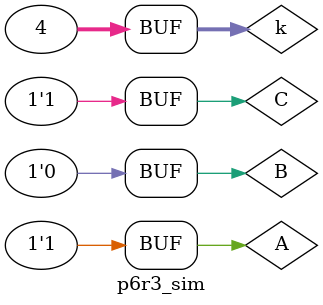
<source format=v>
`timescale 1ns / 1ps


module p6r3_sim;

   reg A;
   reg B;
   reg C;
   wire X;
   
   p6r3 cut(
   .A(A),
   .B(B),  
   .C(C),   
   .X(X)
   );
   
   integer k = 0;

    initial 
    begin
    // Initialize Inputs
    A = 0;
    B = 0;
    C = 0;

    // Wait 100 ns for global reset to finish
    // Add stimulus here

    for(k = 0; k < 4; k=k+1)
    begin
        {A,C} = k;
        #5 B = 1;
        #5 B = 0;
        #5 ;
    end
    end
endmodule

</source>
